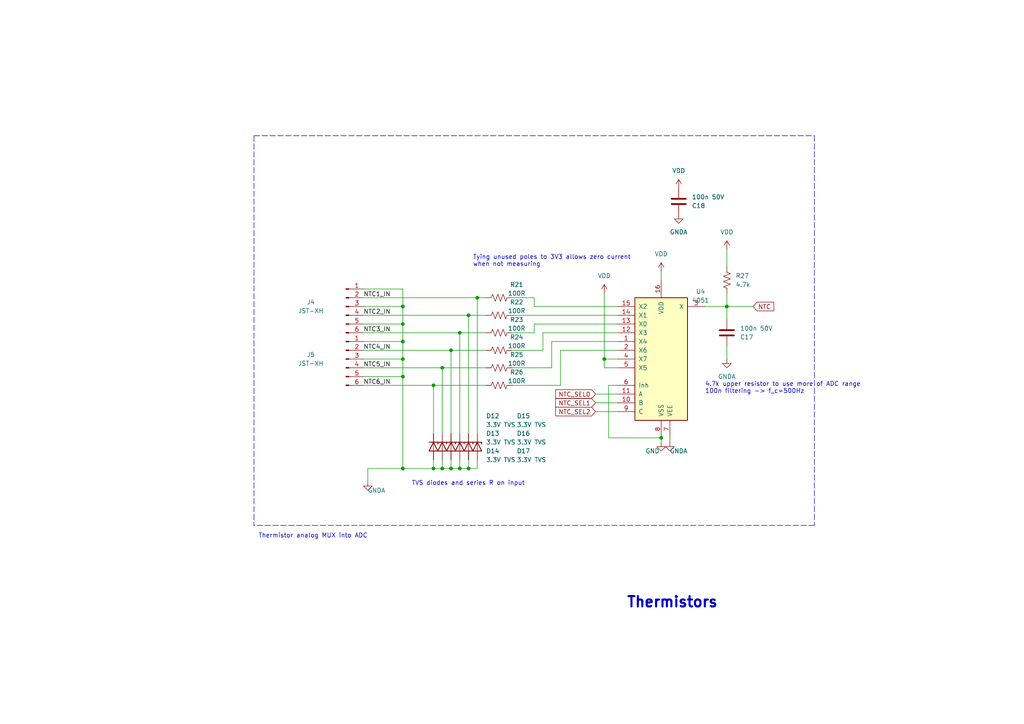
<source format=kicad_sch>
(kicad_sch (version 20211123) (generator eeschema)
  (paper "A4")
  (lib_symbols
    (symbol "4xxx:4051" (pin_names (offset 1.016))
      (property "Reference" "U4" (at 11.43 19.5707 0))
      (property "Value" "4051" (at 11.43 17.0307 0))
      (symbol "4051_1_0"
        (pin passive line (at -12.7 5.08 0) (length 5.08) (name "X4") (number "1"))
        (pin input line (at -12.7 -12.7 0) (length 5.08) (name "B") (number "10"))
        (pin input line (at -12.7 -10.16 0) (length 5.08) (name "A") (number "11"))
        (pin passive line (at -12.7 7.62 0) (length 5.08) (name "X3") (number "12"))
        (pin passive line (at -12.7 10.16 0) (length 5.08) (name "X0") (number "13"))
        (pin passive line (at -12.7 12.7 0) (length 5.08) (name "X1") (number "14"))
        (pin passive line (at -12.7 15.24 0) (length 5.08) (name "X2") (number "15"))
        (pin power_in line (at 0 22.86 270) (length 5.08) (name "VDD") (number "16"))
        (pin passive line (at -12.7 2.54 0) (length 5.08) (name "X6") (number "2"))
        (pin passive line (at 12.7 15.24 180) (length 5.08) (name "X") (number "3"))
        (pin passive line (at -12.7 0 0) (length 5.08) (name "X7") (number "4"))
        (pin passive line (at -12.7 -2.54 0) (length 5.08) (name "X5") (number "5"))
        (pin input line (at -12.7 -7.62 0) (length 5.08) (name "Inh") (number "6"))
        (pin power_in line (at 2.54 -22.86 90) (length 5.08) (name "VEE") (number "7"))
        (pin power_in line (at 0 -22.86 90) (length 5.08) (name "VSS") (number "8"))
        (pin input line (at -12.7 -15.24 0) (length 5.08) (name "C") (number "9"))
      )
      (symbol "4051_1_1"
        (rectangle (start -7.62 17.78) (end 7.62 -17.78) (stroke (width 0.254)) (fill (type background)))
      )
    )
    (symbol "Connector:Conn_01x06_Male" (pin_names (offset 1.016) hide)
      (property "Reference" "J" (at 0 7.62 0))
      (property "Value" "Conn_01x06_Male" (at 0 -10.16 0))
      (symbol "Conn_01x06_Male_1_1"
        (polyline (pts (xy 1.27 -7.62) (xy 0.8636 -7.62)) (stroke (width 0.1524)))
        (polyline (pts (xy 1.27 -5.08) (xy 0.8636 -5.08)) (stroke (width 0.1524)))
        (polyline (pts (xy 1.27 -2.54) (xy 0.8636 -2.54)) (stroke (width 0.1524)))
        (polyline (pts (xy 1.27 0) (xy 0.8636 0)) (stroke (width 0.1524)))
        (polyline (pts (xy 1.27 2.54) (xy 0.8636 2.54)) (stroke (width 0.1524)))
        (polyline (pts (xy 1.27 5.08) (xy 0.8636 5.08)) (stroke (width 0.1524)))
        (rectangle (start 0.8636 -7.493) (end 0 -7.747) (stroke (width 0.1524)) (fill (type outline)))
        (rectangle (start 0.8636 -4.953) (end 0 -5.207) (stroke (width 0.1524)) (fill (type outline)))
        (rectangle (start 0.8636 -2.413) (end 0 -2.667) (stroke (width 0.1524)) (fill (type outline)))
        (rectangle (start 0.8636 0.127) (end 0 -0.127) (stroke (width 0.1524)) (fill (type outline)))
        (rectangle (start 0.8636 2.667) (end 0 2.413) (stroke (width 0.1524)) (fill (type outline)))
        (rectangle (start 0.8636 5.207) (end 0 4.953) (stroke (width 0.1524)) (fill (type outline)))
        (pin passive line (at 5.08 5.08 180) (length 3.81) (name "Pin_1") (number "1"))
        (pin passive line (at 5.08 2.54 180) (length 3.81) (name "Pin_2") (number "2"))
        (pin passive line (at 5.08 0 180) (length 3.81) (name "Pin_3") (number "3"))
        (pin passive line (at 5.08 -2.54 180) (length 3.81) (name "Pin_4") (number "4"))
        (pin passive line (at 5.08 -5.08 180) (length 3.81) (name "Pin_5") (number "5"))
        (pin passive line (at 5.08 -7.62 180) (length 3.81) (name "Pin_6") (number "6"))
      )
    )
    (symbol "Device:C" (pin_numbers hide) (pin_names (offset 0.254))
      (property "Reference" "C" (at 0.635 2.54 0))
      (property "Value" "C" (at 0.635 -2.54 0))
      (symbol "C_0_1"
        (polyline (pts (xy -2.032 -0.762) (xy 2.032 -0.762)) (stroke (width 0.508)))
        (polyline (pts (xy -2.032 0.762) (xy 2.032 0.762)) (stroke (width 0.508)))
      )
      (symbol "C_1_1"
        (pin passive line (at 0 3.81 270) (length 2.794) (name "~") (number "1"))
        (pin passive line (at 0 -3.81 90) (length 2.794) (name "~") (number "2"))
      )
    )
    (symbol "Device:R_US" (pin_numbers hide) (pin_names (offset 0))
      (property "Reference" "R" (at 2.54 0 90))
      (property "Value" "R_US" (at -2.54 0 90))
      (symbol "R_US_0_1"
        (polyline (pts (xy 0 -2.286) (xy 0 -2.54)))
        (polyline (pts (xy 0 2.286) (xy 0 2.54)))
        (polyline (pts (xy 0 -0.762) (xy 1.016 -1.143) (xy 0 -1.524) (xy -1.016 -1.905) (xy 0 -2.286)))
        (polyline (pts (xy 0 0.762) (xy 1.016 0.381) (xy 0 0) (xy -1.016 -0.381) (xy 0 -0.762)))
        (polyline (pts (xy 0 2.286) (xy 1.016 1.905) (xy 0 1.524) (xy -1.016 1.143) (xy 0 0.762)))
      )
      (symbol "R_US_1_1"
        (pin passive line (at 0 3.81 270) (length 1.27) (name "~") (number "1"))
        (pin passive line (at 0 -3.81 90) (length 1.27) (name "~") (number "2"))
      )
    )
    (symbol "Diode:ESD5Zxx" (pin_numbers hide) (pin_names hide)
      (property "Reference" "D" (at 0 2.54 0))
      (property "Value" "ESD5Zxx" (at 0 -2.54 0))
      (symbol "ESD5Zxx_0_1"
        (polyline (pts (xy 1.27 0) (xy -1.27 0)))
        (polyline (pts (xy -1.27 -1.27) (xy -1.27 1.27) (xy -0.762 1.27)) (stroke (width 0.254)))
        (polyline (pts (xy 1.27 -1.27) (xy 1.27 1.27) (xy -1.27 0) (xy 1.27 -1.27)) (stroke (width 0.254)))
      )
      (symbol "ESD5Zxx_1_1"
        (pin passive line (at -3.81 0 0) (length 2.54) (name "K") (number "1"))
        (pin passive line (at 3.81 0 180) (length 2.54) (name "A") (number "2"))
      )
    )
    (symbol "power:GND" (power) (pin_names (offset 0))
      (property "Value" "GND" (at 0 -3.81 0))
      (symbol "GND_0_1"
        (polyline (pts (xy 0 0) (xy 0 -1.27) (xy 1.27 -1.27) (xy 0 -2.54) (xy -1.27 -1.27) (xy 0 -1.27)))
      )
      (symbol "GND_1_1"
        (pin power_in line (at 0 0 270) (length 0) hide (name "GND") (number "1"))
      )
    )
    (symbol "power:GNDA" (power) (pin_names (offset 0))
      (property "Value" "GNDA" (at 0 -3.81 0))
      (symbol "GNDA_0_1"
        (polyline (pts (xy 0 0) (xy 0 -1.27) (xy 1.27 -1.27) (xy 0 -2.54) (xy -1.27 -1.27) (xy 0 -1.27)))
      )
      (symbol "GNDA_1_1"
        (pin power_in line (at 0 0 270) (length 0) hide (name "GNDA") (number "1"))
      )
    )
    (symbol "power:VDD" (power) (pin_names (offset 0))
      (property "Value" "VDD" (at 0 3.81 0))
      (symbol "VDD_0_1"
        (polyline (pts (xy -0.762 1.27) (xy 0 2.54)))
        (polyline (pts (xy 0 0) (xy 0 2.54)))
        (polyline (pts (xy 0 2.54) (xy 0.762 1.27)))
      )
      (symbol "VDD_1_1"
        (pin power_in line (at 0 0 90) (length 0) hide (name "VDD") (number "1"))
      )
    )
  )
  (junction (at 130.81 135.89))
  (junction (at 135.89 135.89))
  (junction (at 191.77 127))
  (junction (at 133.35 96.52))
  (junction (at 116.84 88.9))
  (junction (at 116.84 99.06))
  (junction (at 133.35 135.89))
  (junction (at 128.27 106.68))
  (junction (at 130.81 101.6))
  (junction (at 125.73 111.76))
  (junction (at 116.84 109.22))
  (junction (at 138.43 86.36))
  (junction (at 175.26 104.14))
  (junction (at 125.73 135.89))
  (junction (at 116.84 135.89))
  (junction (at 135.89 91.44))
  (junction (at 116.84 104.14))
  (junction (at 210.82 88.9))
  (junction (at 128.27 135.89))
  (junction (at 116.84 93.98))
  (wire (pts (xy 135.89 91.44) (xy 140.97 91.44)))
  (wire (pts (xy 135.89 135.89) (xy 138.43 135.89)))
  (wire (pts (xy 160.02 106.68) (xy 160.02 99.06)))
  (wire (pts (xy 128.27 106.68) (xy 140.97 106.68)))
  (wire (pts (xy 125.73 111.76) (xy 140.97 111.76)))
  (wire (pts (xy 148.59 86.36) (xy 154.94 86.36)))
  (wire (pts (xy 116.84 104.14) (xy 116.84 109.22)))
  (wire (pts (xy 105.41 83.82) (xy 116.84 83.82)))
  (wire (pts (xy 172.72 114.3) (xy 179.07 114.3)))
  (wire (pts (xy 105.41 88.9) (xy 116.84 88.9)))
  (wire (pts (xy 133.35 96.52) (xy 133.35 125.73)))
  (wire (pts (xy 116.84 104.14) (xy 116.84 99.06)))
  (wire (pts (xy 210.82 88.9) (xy 210.82 92.71)))
  (wire (pts (xy 148.59 106.68) (xy 160.02 106.68)))
  (wire (pts (xy 105.41 109.22) (xy 116.84 109.22)))
  (wire (pts (xy 176.53 127) (xy 191.77 127)))
  (wire (pts (xy 128.27 135.89) (xy 130.81 135.89)))
  (wire (pts (xy 105.41 106.68) (xy 128.27 106.68)))
  (wire (pts (xy 157.48 96.52) (xy 157.48 101.6)))
  (wire (pts (xy 106.68 135.89) (xy 116.84 135.89)))
  (wire (pts (xy 125.73 135.89) (xy 128.27 135.89)))
  (wire (pts (xy 138.43 135.89) (xy 138.43 133.35)))
  (wire (pts (xy 210.82 88.9) (xy 210.82 85.09)))
  (wire (pts (xy 116.84 109.22) (xy 116.84 135.89)))
  (wire (pts (xy 105.41 111.76) (xy 125.73 111.76)))
  (wire (pts (xy 175.26 106.68) (xy 179.07 106.68)))
  (wire (pts (xy 191.77 127) (xy 191.77 128.27)))
  (wire (pts (xy 106.68 139.7) (xy 106.68 135.89)))
  (wire (pts (xy 175.26 85.09) (xy 175.26 104.14)))
  (wire (pts (xy 116.84 93.98) (xy 116.84 99.06)))
  (wire (pts (xy 125.73 111.76) (xy 125.73 125.73)))
  (wire (pts (xy 204.47 88.9) (xy 210.82 88.9)))
  (polyline (pts (xy 73.66 39.37) (xy 236.22 39.37)))
  (wire (pts (xy 130.81 101.6) (xy 140.97 101.6)))
  (wire (pts (xy 157.48 101.6) (xy 148.59 101.6)))
  (wire (pts (xy 148.59 96.52) (xy 154.94 96.52)))
  (wire (pts (xy 133.35 135.89) (xy 135.89 135.89)))
  (wire (pts (xy 210.82 72.39) (xy 210.82 77.47)))
  (wire (pts (xy 179.07 101.6) (xy 162.56 101.6)))
  (wire (pts (xy 133.35 96.52) (xy 140.97 96.52)))
  (wire (pts (xy 160.02 99.06) (xy 179.07 99.06)))
  (wire (pts (xy 162.56 101.6) (xy 162.56 111.76)))
  (wire (pts (xy 128.27 106.68) (xy 128.27 125.73)))
  (wire (pts (xy 105.41 104.14) (xy 116.84 104.14)))
  (wire (pts (xy 154.94 93.98) (xy 179.07 93.98)))
  (wire (pts (xy 105.41 86.36) (xy 138.43 86.36)))
  (wire (pts (xy 191.77 78.74) (xy 191.77 81.28)))
  (wire (pts (xy 105.41 91.44) (xy 135.89 91.44)))
  (wire (pts (xy 154.94 86.36) (xy 154.94 88.9)))
  (wire (pts (xy 105.41 93.98) (xy 116.84 93.98)))
  (wire (pts (xy 176.53 111.76) (xy 176.53 127)))
  (wire (pts (xy 175.26 104.14) (xy 179.07 104.14)))
  (wire (pts (xy 125.73 133.35) (xy 125.73 135.89)))
  (wire (pts (xy 175.26 104.14) (xy 175.26 106.68)))
  (wire (pts (xy 105.41 101.6) (xy 130.81 101.6)))
  (wire (pts (xy 105.41 96.52) (xy 133.35 96.52)))
  (wire (pts (xy 172.72 116.84) (xy 179.07 116.84)))
  (wire (pts (xy 130.81 135.89) (xy 133.35 135.89)))
  (wire (pts (xy 138.43 86.36) (xy 138.43 125.73)))
  (wire (pts (xy 128.27 135.89) (xy 128.27 133.35)))
  (wire (pts (xy 210.82 100.33) (xy 210.82 104.14)))
  (wire (pts (xy 116.84 99.06) (xy 105.41 99.06)))
  (wire (pts (xy 130.81 101.6) (xy 130.81 125.73)))
  (wire (pts (xy 194.31 127) (xy 194.31 128.27)))
  (wire (pts (xy 154.94 88.9) (xy 179.07 88.9)))
  (wire (pts (xy 179.07 111.76) (xy 176.53 111.76)))
  (wire (pts (xy 154.94 96.52) (xy 154.94 93.98)))
  (wire (pts (xy 135.89 91.44) (xy 135.89 125.73)))
  (wire (pts (xy 133.35 135.89) (xy 133.35 133.35)))
  (polyline (pts (xy 236.22 39.37) (xy 236.22 152.4)))
  (wire (pts (xy 130.81 135.89) (xy 130.81 133.35)))
  (wire (pts (xy 116.84 83.82) (xy 116.84 88.9)))
  (wire (pts (xy 116.84 88.9) (xy 116.84 93.98)))
  (wire (pts (xy 135.89 135.89) (xy 135.89 133.35)))
  (wire (pts (xy 172.72 119.38) (xy 179.07 119.38)))
  (wire (pts (xy 162.56 111.76) (xy 148.59 111.76)))
  (wire (pts (xy 116.84 135.89) (xy 125.73 135.89)))
  (polyline (pts (xy 73.66 39.37) (xy 73.66 152.4)))
  (wire (pts (xy 210.82 88.9) (xy 218.44 88.9)))
  (wire (pts (xy 138.43 86.36) (xy 140.97 86.36)))
  (polyline (pts (xy 236.22 152.4) (xy 73.66 152.4)))
  (wire (pts (xy 179.07 96.52) (xy 157.48 96.52)))
  (wire (pts (xy 148.59 91.44) (xy 179.07 91.44)))
  (text "TVS diodes and series R on input" (at 119.38 140.97 0) (effects (font (size 1.27 1.27)) (justify left bottom)))
  (text "4.7k upper resistor to use more of ADC range\n100n filtering -> f_c=500Hz" (at 204.47 114.3 0) (effects (font (size 1.27 1.27)) (justify left bottom)))
  (text "Tying unused poles to 3V3 allows zero current\nwhen not measuring" (at 137.16 77.47 0) (effects (font (size 1.27 1.27)) (justify left bottom)))
  (text "Thermistors" (at 181.61 176.53 0) (effects (font (size 3 3) bold) (justify left bottom)))
  (text "Thermistor analog MUX into ADC" (at 74.93 156.21 0) (effects (font (size 1.27 1.27)) (justify left bottom)))
  (label "NTC2_IN" (at 105.41 91.44 0))
  (label "NTC3_IN" (at 105.41 96.52 0))
  (label "NTC1_IN" (at 105.41 86.36 0))
  (label "NTC4_IN" (at 105.41 101.6 0))
  (label "NTC6_IN" (at 105.41 111.76 0))
  (label "NTC5_IN" (at 105.41 106.68 0))
  (global_label "NTC_SEL2" (shape input) (at 172.72 119.38 180) (property "Intersheet References" "${INTERSHEET_REFS}" (effects hide)))
  (global_label "NTC_SEL0" (shape input) (at 172.72 114.3 180) (property "Intersheet References" "${INTERSHEET_REFS}" (effects hide)))
  (global_label "NTC_SEL1" (shape input) (at 172.72 116.84 180) (property "Intersheet References" "${INTERSHEET_REFS}" (effects hide)))
  (global_label "NTC" (shape input) (at 218.44 88.9 0) (property "Intersheet References" "${INTERSHEET_REFS}" (effects hide)))
  (symbol (lib_id "power:VDD") (at 175.26 85.09 0) (unit 1)
    (property "Reference" "#PWR0109" (effects hide))
    (property "Value" "VDD" (at 175.26 80.01 0))
  )
  (symbol (lib_id "Diode:ESD5Zxx") (at 138.43 129.54 270) (unit 1)
    (property "Reference" "D17" (at 149.86 130.81 90) (effects (justify left)))
    (property "Value" "3.3V TVS" (at 149.86 133.35 90) (effects (justify left)))
    (property "Footprint" "Diode_SMD:D_SOD-323_HandSoldering" (effects hide))
    (property "Datasheet" "https://www.onsemi.com/pdf/datasheet/esd5z2.5t1-d.pdf" (effects hide))
    (property "part_number" "ESD5Z3.3T5G" (effects hide))
  )
  (symbol (lib_id "Diode:ESD5Zxx") (at 130.81 129.54 270) (unit 1)
    (property "Reference" "D14" (at 140.97 130.81 90) (effects (justify left)))
    (property "Value" "3.3V TVS" (at 140.97 133.35 90) (effects (justify left)))
    (property "Footprint" "Diode_SMD:D_SOD-323_HandSoldering" (effects hide))
    (property "Datasheet" "https://www.onsemi.com/pdf/datasheet/esd5z2.5t1-d.pdf" (effects hide))
    (property "part_number" "ESD5Z3.3T5G" (effects hide))
  )
  (symbol (lib_id "power:GND") (at 191.77 128.27 0) (unit 1)
    (property "Reference" "#PWR037" (effects hide))
    (property "Value" "GND" (at 189.23 130.81 0))
  )
  (symbol (lib_id "Device:R_US") (at 144.78 111.76 270) (unit 1)
    (property "Reference" "R26" (at 149.86 107.95 90))
    (property "Value" "100R" (at 149.86 110.49 90))
    (property "Footprint" "Resistor_SMD:R_0805_2012Metric_Pad1.20x1.40mm_HandSolder" (effects hide))
    (property "part_number" "RC0805FR-07100RL" (effects hide))
  )
  (symbol (lib_id "Diode:ESD5Zxx") (at 125.73 129.54 270) (unit 1)
    (property "Reference" "D12" (at 140.97 120.65 90) (effects (justify left)))
    (property "Value" "3.3V TVS" (at 140.97 123.19 90) (effects (justify left)))
    (property "Footprint" "Diode_SMD:D_SOD-323_HandSoldering" (effects hide))
    (property "Datasheet" "https://www.onsemi.com/pdf/datasheet/esd5z2.5t1-d.pdf" (effects hide))
    (property "part_number" "ESD5Z3.3T5G" (effects hide))
  )
  (symbol (lib_id "power:GNDA") (at 196.85 62.23 0) (unit 1)
    (property "Reference" "#PWR042" (effects hide))
    (property "Value" "GNDA" (at 196.85 67.31 0))
  )
  (symbol (lib_id "Connector:Conn_01x06_Male") (at 100.33 104.14 0) (unit 1)
    (property "Reference" "J5" (at 90.17 102.87 0))
    (property "Value" "JST-XH" (at 90.17 105.41 0))
    (property "Footprint" "Connector_JST:JST_XH_B6B-XH-A_1x06_P2.50mm_Vertical" (effects hide))
  )
  (symbol (lib_id "power:GNDA") (at 194.31 128.27 0) (unit 1)
    (property "Reference" "#PWR038" (effects hide))
    (property "Value" "GNDA" (at 196.85 130.81 0))
  )
  (symbol (lib_id "Device:R_US") (at 144.78 96.52 270) (unit 1)
    (property "Reference" "R23" (at 149.86 92.71 90))
    (property "Value" "100R" (at 149.86 95.25 90))
    (property "Footprint" "Resistor_SMD:R_0805_2012Metric_Pad1.20x1.40mm_HandSolder" (effects hide))
    (property "part_number" "RC0805FR-07100RL" (effects hide))
  )
  (symbol (lib_id "Device:C") (at 210.82 96.52 0) (mirror x) (unit 1)
    (property "Reference" "C17" (at 214.63 97.79 0) (effects (justify left)))
    (property "Value" "100n 50V" (at 214.63 95.25 0) (effects (justify left)))
    (property "Footprint" "Capacitor_SMD:C_0805_2012Metric" (effects hide))
    (property "part_number" "GCD21BR71H104KA01L" (effects hide))
  )
  (symbol (lib_id "Connector:Conn_01x06_Male") (at 100.33 88.9 0) (unit 1)
    (property "Reference" "J4" (at 90.17 87.63 0))
    (property "Value" "JST-XH" (at 90.17 90.17 0))
    (property "Footprint" "Connector_JST:JST_XH_B6B-XH-A_1x06_P2.50mm_Vertical" (effects hide))
  )
  (symbol (lib_id "power:GNDA") (at 106.68 139.7 0) (unit 1)
    (property "Reference" "#PWR032" (effects hide))
    (property "Value" "GNDA" (at 109.22 142.24 0))
  )
  (symbol (lib_id "power:VDD") (at 191.77 78.74 0) (unit 1)
    (property "Reference" "#PWR0111" (effects hide))
    (property "Value" "VDD" (at 191.77 73.66 0))
  )
  (symbol (lib_id "Device:R_US") (at 144.78 106.68 270) (unit 1)
    (property "Reference" "R25" (at 149.86 102.87 90))
    (property "Value" "100R" (at 149.86 105.41 90))
    (property "Footprint" "Resistor_SMD:R_0805_2012Metric_Pad1.20x1.40mm_HandSolder" (effects hide))
    (property "part_number" "RC0805FR-07100RL" (effects hide))
  )
  (symbol (lib_id "Device:R_US") (at 144.78 101.6 270) (unit 1)
    (property "Reference" "R24" (at 149.86 97.79 90))
    (property "Value" "100R" (at 149.86 100.33 90))
    (property "Footprint" "Resistor_SMD:R_0805_2012Metric_Pad1.20x1.40mm_HandSolder" (effects hide))
    (property "part_number" "RC0805FR-07100RL" (effects hide))
  )
  (symbol (lib_id "Diode:ESD5Zxx") (at 128.27 129.54 270) (unit 1)
    (property "Reference" "D13" (at 140.97 125.73 90) (effects (justify left)))
    (property "Value" "3.3V TVS" (at 140.97 128.27 90) (effects (justify left)))
    (property "Footprint" "Diode_SMD:D_SOD-323_HandSoldering" (effects hide))
    (property "Datasheet" "https://www.onsemi.com/pdf/datasheet/esd5z2.5t1-d.pdf" (effects hide))
    (property "part_number" "ESD5Z3.3T5G" (effects hide))
  )
  (symbol (lib_id "Device:R_US") (at 144.78 91.44 270) (unit 1)
    (property "Reference" "R22" (at 149.86 87.63 90))
    (property "Value" "100R" (at 149.86 90.17 90))
    (property "Footprint" "Resistor_SMD:R_0805_2012Metric_Pad1.20x1.40mm_HandSolder" (effects hide))
    (property "part_number" "RC0805FR-07100RL" (effects hide))
  )
  (symbol (lib_id "power:VDD") (at 210.82 72.39 0) (unit 1)
    (property "Reference" "#PWR0110" (effects hide))
    (property "Value" "VDD" (at 210.82 67.31 0))
  )
  (symbol (lib_id "power:VDD") (at 196.85 54.61 0) (unit 1)
    (property "Reference" "#PWR0112" (effects hide))
    (property "Value" "VDD" (at 196.85 49.53 0))
  )
  (symbol (lib_id "Diode:ESD5Zxx") (at 135.89 129.54 270) (unit 1)
    (property "Reference" "D16" (at 149.86 125.73 90) (effects (justify left)))
    (property "Value" "3.3V TVS" (at 149.86 128.27 90) (effects (justify left)))
    (property "Footprint" "Diode_SMD:D_SOD-323_HandSoldering" (effects hide))
    (property "Datasheet" "https://www.onsemi.com/pdf/datasheet/esd5z2.5t1-d.pdf" (effects hide))
    (property "part_number" "ESD5Z3.3T5G" (effects hide))
  )
  (symbol (lib_id "Device:R_US") (at 144.78 86.36 270) (unit 1)
    (property "Reference" "R21" (at 149.86 82.55 90))
    (property "Value" "100R" (at 149.86 85.09 90))
    (property "Footprint" "Resistor_SMD:R_0805_2012Metric_Pad1.20x1.40mm_HandSolder" (effects hide))
    (property "part_number" "RC0805FR-07100RL" (effects hide))
  )
  (symbol (lib_id "Device:C") (at 196.85 58.42 0) (mirror x) (unit 1)
    (property "Reference" "C18" (at 200.66 59.69 0) (effects (justify left)))
    (property "Value" "100n 50V" (at 200.66 57.15 0) (effects (justify left)))
    (property "Footprint" "Capacitor_SMD:C_0805_2012Metric" (effects hide))
    (property "part_number" "GCD21BR71H104KA01L" (effects hide))
  )
  (symbol (lib_id "Diode:ESD5Zxx") (at 133.35 129.54 270) (unit 1)
    (property "Reference" "D15" (at 149.86 120.65 90) (effects (justify left)))
    (property "Value" "3.3V TVS" (at 149.86 123.19 90) (effects (justify left)))
    (property "Footprint" "Diode_SMD:D_SOD-323_HandSoldering" (effects hide))
    (property "Datasheet" "https://www.onsemi.com/pdf/datasheet/esd5z2.5t1-d.pdf" (effects hide))
    (property "part_number" "ESD5Z3.3T5G" (effects hide))
  )
  (symbol (lib_id "power:GNDA") (at 210.82 104.14 0) (unit 1)
    (property "Reference" "#PWR040" (effects hide))
    (property "Value" "GNDA" (at 210.82 109.22 0))
  )
  (symbol (lib_id "4xxx:4051") (at 191.77 104.14 0) (unit 1)
    (property "Reference" "U4" (at 203.2 84.5693 0))
    (property "Value" "4051" (at 203.2 87.1093 0))
    (property "Footprint" "Package_SO:TSSOP-16_4.4x5mm_P0.65mm" (effects hide))
    (property "Datasheet" "http://www.intersil.com/content/dam/Intersil/documents/cd40/cd4051bms-52bms-53bms.pdf" (effects hide))
    (property "part_number" "CD74HC4051PWR" (effects hide))
  )
  (symbol (lib_id "Device:R_US") (at 210.82 81.28 0) (unit 1)
    (property "Reference" "R27" (at 213.36 80.0099 0) (effects (justify left)))
    (property "Value" "4.7k" (at 213.36 82.5499 0) (effects (justify left)))
    (property "Footprint" "Resistor_SMD:R_0805_2012Metric_Pad1.20x1.40mm_HandSolder" (effects hide))
    (property "part_number" "RC0805FR-074K7L" (effects hide))
  )
)
</source>
